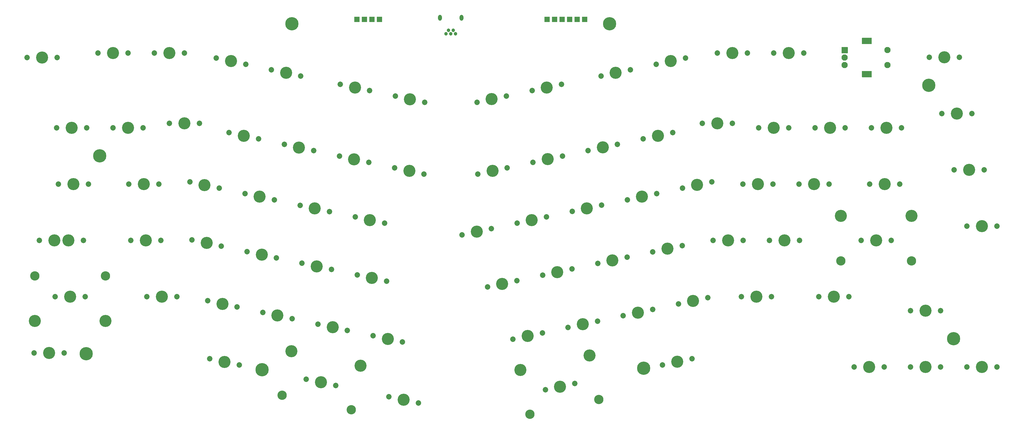
<source format=gts>
%TF.GenerationSoftware,KiCad,Pcbnew,(5.1.10)-1*%
%TF.CreationDate,2021-09-23T19:03:45-07:00*%
%TF.ProjectId,adelheid,6164656c-6865-4696-942e-6b696361645f,2.0*%
%TF.SameCoordinates,Original*%
%TF.FileFunction,Soldermask,Top*%
%TF.FilePolarity,Negative*%
%FSLAX46Y46*%
G04 Gerber Fmt 4.6, Leading zero omitted, Abs format (unit mm)*
G04 Created by KiCad (PCBNEW (5.1.10)-1) date 2021-09-23 19:03:45*
%MOMM*%
%LPD*%
G01*
G04 APERTURE LIST*
%ADD10C,4.089800*%
%ADD11C,1.852000*%
%ADD12C,2.102000*%
%ADD13C,3.150000*%
%ADD14O,1.302000X2.002000*%
%ADD15C,1.202000*%
%ADD16C,4.502000*%
G04 APERTURE END LIST*
D10*
X249859800Y-40538400D03*
D11*
X244890810Y-41594591D03*
X254828790Y-39482209D03*
D10*
X231228900Y-44500800D03*
D11*
X226259910Y-45556991D03*
X236197890Y-43444609D03*
D12*
X323110000Y-41830000D03*
X323110000Y-36830000D03*
G36*
G01*
X314459000Y-45930000D02*
X314459000Y-43930000D01*
G75*
G02*
X314510000Y-43879000I51000J0D01*
G01*
X317710000Y-43879000D01*
G75*
G02*
X317761000Y-43930000I0J-51000D01*
G01*
X317761000Y-45930000D01*
G75*
G02*
X317710000Y-45981000I-51000J0D01*
G01*
X314510000Y-45981000D01*
G75*
G02*
X314459000Y-45930000I0J51000D01*
G01*
G37*
G36*
G01*
X314459000Y-34730000D02*
X314459000Y-32730000D01*
G75*
G02*
X314510000Y-32679000I51000J0D01*
G01*
X317710000Y-32679000D01*
G75*
G02*
X317761000Y-32730000I0J-51000D01*
G01*
X317761000Y-34730000D01*
G75*
G02*
X317710000Y-34781000I-51000J0D01*
G01*
X314510000Y-34781000D01*
G75*
G02*
X314459000Y-34730000I0J51000D01*
G01*
G37*
X308610000Y-41830000D03*
X308610000Y-39330000D03*
G36*
G01*
X307559000Y-37830000D02*
X307559000Y-35830000D01*
G75*
G02*
X307610000Y-35779000I51000J0D01*
G01*
X309610000Y-35779000D01*
G75*
G02*
X309661000Y-35830000I0J-51000D01*
G01*
X309661000Y-37830000D01*
G75*
G02*
X309610000Y-37881000I-51000J0D01*
G01*
X307610000Y-37881000D01*
G75*
G02*
X307559000Y-37830000I0J51000D01*
G01*
G37*
D10*
X189318900Y-53416200D03*
D11*
X184349910Y-54472391D03*
X194287890Y-52360009D03*
D10*
X131635500Y-149263100D03*
D11*
X126666510Y-148206909D03*
X136604490Y-150319291D03*
D13*
X118506111Y-153613411D03*
X141860363Y-158577511D03*
D10*
X121674685Y-138706442D03*
X145028937Y-143670541D03*
X319239900Y-101180900D03*
D11*
X314159900Y-101180900D03*
X324319900Y-101180900D03*
D13*
X307301900Y-108165900D03*
X331177900Y-108165900D03*
D10*
X307301900Y-92925900D03*
X331177900Y-92925900D03*
D14*
X179176700Y-25863200D03*
X171876700Y-25863200D03*
D15*
X177126700Y-31283200D03*
X176326700Y-30083200D03*
X175526700Y-31283200D03*
X174726700Y-30083200D03*
X173926700Y-31283200D03*
D10*
X41516300Y-101180900D03*
D11*
X36436300Y-101180900D03*
X46596300Y-101180900D03*
D10*
X47980600Y-82143600D03*
D11*
X42900600Y-82143600D03*
X53060600Y-82143600D03*
D10*
X252031500Y-142303500D03*
D11*
X247062510Y-143359691D03*
X257000490Y-141247309D03*
D10*
X39776400Y-139293600D03*
D11*
X34696400Y-139293600D03*
X44856400Y-139293600D03*
D10*
X354965000Y-144043400D03*
D11*
X349885000Y-144043400D03*
X360045000Y-144043400D03*
D10*
X354952300Y-96418400D03*
D11*
X349872300Y-96418400D03*
X360032300Y-96418400D03*
D10*
X350685100Y-77368400D03*
D11*
X345605100Y-77368400D03*
X355765100Y-77368400D03*
D10*
X346532200Y-58331100D03*
D11*
X341452200Y-58331100D03*
X351612200Y-58331100D03*
D10*
X322707000Y-63080900D03*
D11*
X317627000Y-63080900D03*
X327787000Y-63080900D03*
D10*
X342315800Y-39281100D03*
D11*
X337235800Y-39281100D03*
X347395800Y-39281100D03*
D10*
X335915000Y-144043400D03*
D11*
X330835000Y-144043400D03*
X340995000Y-144043400D03*
D10*
X335915000Y-124993400D03*
D11*
X330835000Y-124993400D03*
X340995000Y-124993400D03*
D10*
X322110100Y-82143600D03*
D11*
X317030100Y-82143600D03*
X327190100Y-82143600D03*
D10*
X303669700Y-63093600D03*
D11*
X298589700Y-63093600D03*
X308749700Y-63093600D03*
D10*
X316852300Y-144043400D03*
D11*
X311772300Y-144043400D03*
X321932300Y-144043400D03*
D10*
X298297600Y-82130900D03*
D11*
X293217600Y-82130900D03*
X303377600Y-82130900D03*
D10*
X284607000Y-63093600D03*
D11*
X279527000Y-63093600D03*
X289687000Y-63093600D03*
D10*
X289687000Y-37795200D03*
D11*
X284607000Y-37795200D03*
X294767000Y-37795200D03*
D10*
X304977800Y-120243600D03*
D11*
X299897800Y-120243600D03*
X310057800Y-120243600D03*
D10*
X288290000Y-101206300D03*
D11*
X283210000Y-101206300D03*
X293370000Y-101206300D03*
D10*
X279260300Y-82130900D03*
D11*
X274180300Y-82130900D03*
X284340300Y-82130900D03*
D10*
X265569700Y-61595000D03*
D11*
X260489700Y-61595000D03*
X270649700Y-61595000D03*
D10*
X270624300Y-37795200D03*
D11*
X265544300Y-37795200D03*
X275704300Y-37795200D03*
D10*
X278765000Y-120230900D03*
D11*
X273685000Y-120230900D03*
X283845000Y-120230900D03*
D10*
X269240000Y-101206300D03*
D11*
X264160000Y-101206300D03*
X274320000Y-101206300D03*
D10*
X258762500Y-82461100D03*
D11*
X253793510Y-83517291D03*
X263731490Y-81404909D03*
D10*
X245516400Y-65824100D03*
D11*
X240547410Y-66880291D03*
X250485390Y-64767909D03*
D10*
X257390900Y-121691400D03*
D11*
X252421910Y-122747591D03*
X262359890Y-120635209D03*
D10*
X248742200Y-104051100D03*
D11*
X243773210Y-105107291D03*
X253711190Y-102994909D03*
D10*
X240131600Y-86410800D03*
D11*
X235162610Y-87466991D03*
X245100590Y-85354609D03*
D10*
X226860100Y-69761100D03*
D11*
X221891110Y-70817291D03*
X231829090Y-68704909D03*
D10*
X238747300Y-125653800D03*
D11*
X233778310Y-126709991D03*
X243716290Y-124597609D03*
D10*
X230136700Y-107988100D03*
D11*
X225167710Y-109044291D03*
X235105690Y-106931909D03*
D10*
X221500700Y-90373200D03*
D11*
X216531710Y-91429391D03*
X226469690Y-89317009D03*
D10*
X208254600Y-73736200D03*
D11*
X203285610Y-74792391D03*
X213223590Y-72680009D03*
D10*
X207949800Y-49453800D03*
D11*
X202980810Y-50509991D03*
X212918790Y-48397609D03*
D10*
X212445600Y-150710900D03*
D11*
X207476610Y-151767091D03*
X217414590Y-149654709D03*
D13*
X202220737Y-160025311D03*
X225574989Y-155061211D03*
D10*
X199052163Y-145118341D03*
X222406415Y-140154242D03*
X220129100Y-129616200D03*
D11*
X215160110Y-130672391D03*
X225098090Y-128560009D03*
D10*
X211505800Y-111963200D03*
D11*
X206536810Y-113019391D03*
X216474790Y-110907009D03*
D10*
X202882500Y-94322900D03*
D11*
X197913510Y-95379091D03*
X207851490Y-93266709D03*
D10*
X189611000Y-77685900D03*
D11*
X184642010Y-78742091D03*
X194579990Y-76629709D03*
D10*
X201485500Y-133591300D03*
D11*
X196516510Y-134647491D03*
X206454490Y-132535109D03*
D10*
X192874900Y-115938300D03*
D11*
X187905910Y-116994491D03*
X197843890Y-114882109D03*
D10*
X184264300Y-98298000D03*
D11*
X179295310Y-99354191D03*
X189233290Y-97241809D03*
D10*
X161493200Y-77685900D03*
D11*
X156524210Y-76629709D03*
X166462190Y-78742091D03*
D10*
X161734500Y-53428900D03*
D11*
X156765510Y-52372709D03*
X166703490Y-54485091D03*
D10*
X159588200Y-155194000D03*
D11*
X154619210Y-154137809D03*
X164557190Y-156250191D03*
D10*
X154216100Y-134569200D03*
D11*
X149247110Y-133513009D03*
X159185090Y-135625391D03*
D10*
X148856700Y-113957100D03*
D11*
X143887710Y-112900909D03*
X153825690Y-115013291D03*
D10*
X148183600Y-94322900D03*
D11*
X143214610Y-93266709D03*
X153152590Y-95379091D03*
D10*
X142849600Y-73748900D03*
D11*
X137880610Y-72692709D03*
X147818590Y-74805091D03*
D10*
X143116300Y-49466500D03*
D11*
X138147310Y-48410309D03*
X148085290Y-50522691D03*
D10*
X135585200Y-130619500D03*
D11*
X130616210Y-129563309D03*
X140554190Y-131675691D03*
D10*
X130213100Y-109994700D03*
D11*
X125244110Y-108938509D03*
X135182090Y-111050891D03*
D10*
X129540000Y-90411300D03*
D11*
X124571010Y-89355109D03*
X134508990Y-91467491D03*
D10*
X124206000Y-69786500D03*
D11*
X119237010Y-68730309D03*
X129174990Y-70842691D03*
D10*
X119849900Y-44500800D03*
D11*
X114880910Y-43444609D03*
X124818890Y-45556991D03*
D10*
X116941600Y-126657100D03*
D11*
X111972610Y-125600909D03*
X121910590Y-127713291D03*
D10*
X111620300Y-106070400D03*
D11*
X106651310Y-105014209D03*
X116589290Y-107126591D03*
D10*
X110921800Y-86436200D03*
D11*
X105952810Y-85380009D03*
X115890790Y-87492391D03*
D10*
X105575100Y-65811400D03*
D11*
X100606110Y-64755209D03*
X110544090Y-66867591D03*
D10*
X101231700Y-40551100D03*
D11*
X96262710Y-39494909D03*
X106200690Y-41607291D03*
D10*
X99034600Y-142328900D03*
D11*
X94065610Y-141272709D03*
X104003590Y-143385091D03*
D10*
X98323400Y-122707400D03*
D11*
X93354410Y-121651209D03*
X103292390Y-123763591D03*
D10*
X92989400Y-102108000D03*
D11*
X88020410Y-101051809D03*
X97958390Y-103164191D03*
D10*
X92290900Y-82473800D03*
D11*
X87321910Y-81417609D03*
X97259890Y-83529991D03*
D10*
X85483700Y-61607700D03*
D11*
X80403700Y-61607700D03*
X90563700Y-61607700D03*
D10*
X80429100Y-37769800D03*
D11*
X75349100Y-37769800D03*
X85509100Y-37769800D03*
D10*
X77838300Y-120230900D03*
D11*
X72758300Y-120230900D03*
X82918300Y-120230900D03*
D10*
X72466200Y-101193600D03*
D11*
X67386200Y-101193600D03*
X77546200Y-101193600D03*
X76873100Y-82143600D03*
X66713100Y-82143600D03*
D10*
X71793100Y-82143600D03*
X66438368Y-63093600D03*
D11*
X61358368Y-63093600D03*
X71518368Y-63093600D03*
D10*
X61366400Y-37782500D03*
D11*
X56286400Y-37782500D03*
X66446400Y-37782500D03*
D10*
X46913800Y-120243600D03*
D11*
X41833800Y-120243600D03*
X51993800Y-120243600D03*
D13*
X34975800Y-113258600D03*
X58851800Y-113258600D03*
D10*
X34975800Y-128498600D03*
X58851800Y-128498600D03*
X46278800Y-101180900D03*
D11*
X41198800Y-101180900D03*
X51358800Y-101180900D03*
D10*
X47383700Y-63093600D03*
D11*
X42303700Y-63093600D03*
X52463700Y-63093600D03*
D10*
X37426900Y-39293800D03*
D11*
X32346900Y-39293800D03*
X42506900Y-39293800D03*
D16*
X56896000Y-72644000D03*
X345440000Y-134493000D03*
X240665000Y-144526000D03*
X337058000Y-48768000D03*
X52324000Y-139573000D03*
X111760000Y-145034000D03*
G36*
G01*
X219825000Y-27266000D02*
X219825000Y-25566000D01*
G75*
G02*
X219876000Y-25515000I51000J0D01*
G01*
X221576000Y-25515000D01*
G75*
G02*
X221627000Y-25566000I0J-51000D01*
G01*
X221627000Y-27266000D01*
G75*
G02*
X221576000Y-27317000I-51000J0D01*
G01*
X219876000Y-27317000D01*
G75*
G02*
X219825000Y-27266000I0J51000D01*
G01*
G37*
G36*
G01*
X217285000Y-27266000D02*
X217285000Y-25566000D01*
G75*
G02*
X217336000Y-25515000I51000J0D01*
G01*
X219036000Y-25515000D01*
G75*
G02*
X219087000Y-25566000I0J-51000D01*
G01*
X219087000Y-27266000D01*
G75*
G02*
X219036000Y-27317000I-51000J0D01*
G01*
X217336000Y-27317000D01*
G75*
G02*
X217285000Y-27266000I0J51000D01*
G01*
G37*
G36*
G01*
X214745000Y-27266000D02*
X214745000Y-25566000D01*
G75*
G02*
X214796000Y-25515000I51000J0D01*
G01*
X216496000Y-25515000D01*
G75*
G02*
X216547000Y-25566000I0J-51000D01*
G01*
X216547000Y-27266000D01*
G75*
G02*
X216496000Y-27317000I-51000J0D01*
G01*
X214796000Y-27317000D01*
G75*
G02*
X214745000Y-27266000I0J51000D01*
G01*
G37*
G36*
G01*
X212205000Y-27266000D02*
X212205000Y-25566000D01*
G75*
G02*
X212256000Y-25515000I51000J0D01*
G01*
X213956000Y-25515000D01*
G75*
G02*
X214007000Y-25566000I0J-51000D01*
G01*
X214007000Y-27266000D01*
G75*
G02*
X213956000Y-27317000I-51000J0D01*
G01*
X212256000Y-27317000D01*
G75*
G02*
X212205000Y-27266000I0J51000D01*
G01*
G37*
G36*
G01*
X209665000Y-27266000D02*
X209665000Y-25566000D01*
G75*
G02*
X209716000Y-25515000I51000J0D01*
G01*
X211416000Y-25515000D01*
G75*
G02*
X211467000Y-25566000I0J-51000D01*
G01*
X211467000Y-27266000D01*
G75*
G02*
X211416000Y-27317000I-51000J0D01*
G01*
X209716000Y-27317000D01*
G75*
G02*
X209665000Y-27266000I0J51000D01*
G01*
G37*
G36*
G01*
X207125000Y-27266000D02*
X207125000Y-25566000D01*
G75*
G02*
X207176000Y-25515000I51000J0D01*
G01*
X208876000Y-25515000D01*
G75*
G02*
X208927000Y-25566000I0J-51000D01*
G01*
X208927000Y-27266000D01*
G75*
G02*
X208876000Y-27317000I-51000J0D01*
G01*
X207176000Y-27317000D01*
G75*
G02*
X207125000Y-27266000I0J51000D01*
G01*
G37*
G36*
G01*
X150483000Y-27266000D02*
X150483000Y-25566000D01*
G75*
G02*
X150534000Y-25515000I51000J0D01*
G01*
X152234000Y-25515000D01*
G75*
G02*
X152285000Y-25566000I0J-51000D01*
G01*
X152285000Y-27266000D01*
G75*
G02*
X152234000Y-27317000I-51000J0D01*
G01*
X150534000Y-27317000D01*
G75*
G02*
X150483000Y-27266000I0J51000D01*
G01*
G37*
G36*
G01*
X145403000Y-27266000D02*
X145403000Y-25566000D01*
G75*
G02*
X145454000Y-25515000I51000J0D01*
G01*
X147154000Y-25515000D01*
G75*
G02*
X147205000Y-25566000I0J-51000D01*
G01*
X147205000Y-27266000D01*
G75*
G02*
X147154000Y-27317000I-51000J0D01*
G01*
X145454000Y-27317000D01*
G75*
G02*
X145403000Y-27266000I0J51000D01*
G01*
G37*
G36*
G01*
X147943000Y-27266000D02*
X147943000Y-25566000D01*
G75*
G02*
X147994000Y-25515000I51000J0D01*
G01*
X149694000Y-25515000D01*
G75*
G02*
X149745000Y-25566000I0J-51000D01*
G01*
X149745000Y-27266000D01*
G75*
G02*
X149694000Y-27317000I-51000J0D01*
G01*
X147994000Y-27317000D01*
G75*
G02*
X147943000Y-27266000I0J51000D01*
G01*
G37*
G36*
G01*
X142863000Y-27266000D02*
X142863000Y-25566000D01*
G75*
G02*
X142914000Y-25515000I51000J0D01*
G01*
X144614000Y-25515000D01*
G75*
G02*
X144665000Y-25566000I0J-51000D01*
G01*
X144665000Y-27266000D01*
G75*
G02*
X144614000Y-27317000I-51000J0D01*
G01*
X142914000Y-27317000D01*
G75*
G02*
X142863000Y-27266000I0J51000D01*
G01*
G37*
X121827220Y-27932509D03*
X229192785Y-27932509D03*
M02*

</source>
